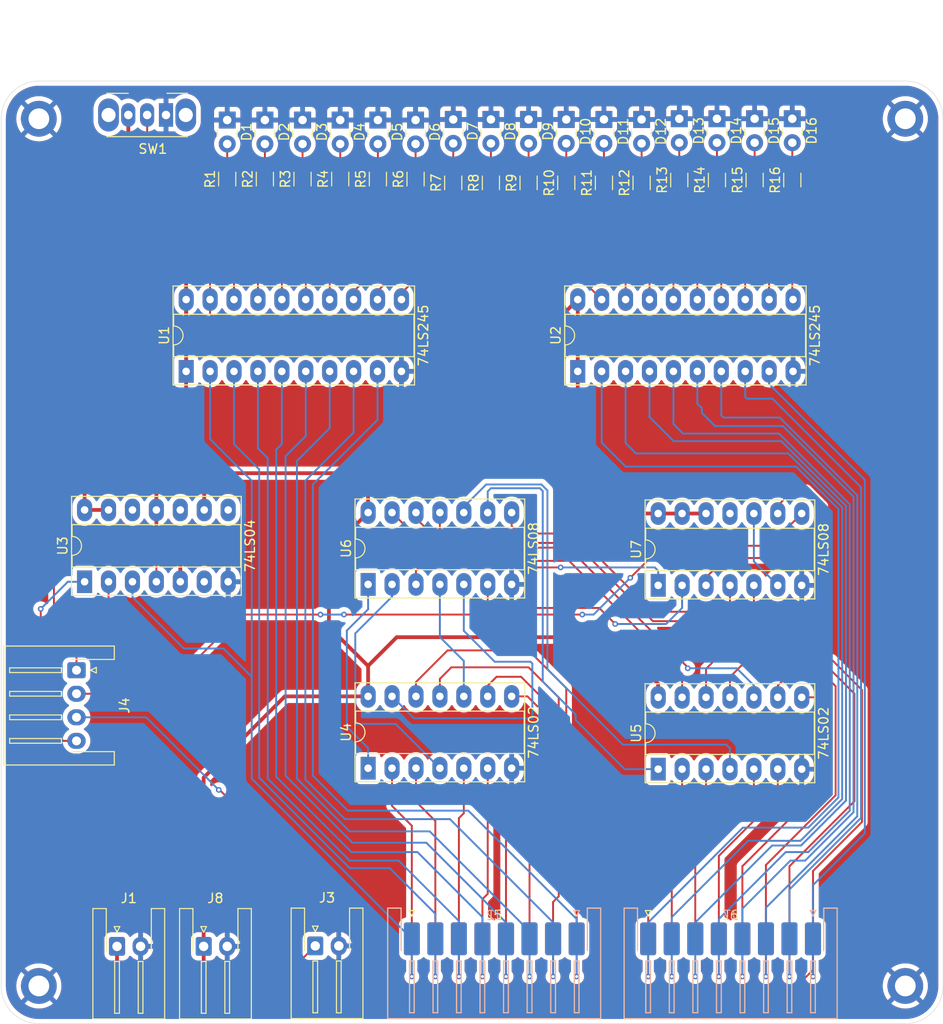
<source format=kicad_pcb>
(kicad_pcb (version 20240108) (generator "pcbnew") (generator_version "8.0")
  (layers (0 "F.Cu" signal) (31 "B.Cu" signal) (34 "B.Paste" user) (35 "F.Paste" user) (36 "B.SilkS" user "B.Silkscreen") (37 "F.SilkS" user "F.Silkscreen") (38 "B.Mask" user) (39 "F.Mask" user) (44 "Edge.Cuts" user))
  (net 0 "")
  (net 1 "GND")
  (net 2 "Net-(D1-A)")
  (net 3 "Net-(D2-A)")
  (net 4 "Net-(D3-A)")
  (net 5 "Net-(D4-A)")
  (net 6 "Net-(D5-A)")
  (net 7 "Net-(D6-A)")
  (net 8 "Net-(D7-A)")
  (net 9 "Net-(D8-A)")
  (net 10 "Net-(D9-A)")
  (net 11 "Net-(D10-A)")
  (net 12 "Net-(D11-A)")
  (net 13 "Net-(D12-A)")
  (net 14 "Net-(D13-A)")
  (net 15 "Net-(D14-A)")
  (net 16 "Net-(D15-A)")
  (net 17 "Net-(D16-A)")
  (net 18 "VCC")
  (net 19 "F_1")
  (net 20 "F_4")
  (net 21 "F_9")
  (net 22 "F_2")
  (net 23 "F_7")
  (net 24 "F_8")
  (net 25 "F_14")
  (net 26 "F_3")
  (net 27 "F_6")
  (net 28 "F_11")
  (net 29 "F_13")
  (net 30 "F_15")
  (net 31 "F_10")
  (net 32 "F_5")
  (net 33 "F_12")
  (net 34 "F_0")
  (net 35 "ALU_C_OUT")
  (net 36 "C_FL")
  (net 37 "Z_FL")
  (net 38 "E_FL")
  (net 39 "LED_0")
  (net 40 "LED_1")
  (net 41 "LED_2")
  (net 42 "LED_3")
  (net 43 "LED_4")
  (net 44 "LED_5")
  (net 45 "LED_6")
  (net 46 "LED_7")
  (net 47 "LED_8")
  (net 48 "LED_9")
  (net 49 "LED_10")
  (net 50 "LED_11")
  (net 51 "LED_12")
  (net 52 "LED_13")
  (net 53 "LED_14")
  (net 54 "LED_15")
  (net 55 "Net-(SW1-B)")
  (net 60 "Net-(U4-Pad10)")
  (net 61 "Net-(U4-Pad13)")
  (net 62 "Net-(U4-Pad1)")
  (net 63 "Net-(U4-Pad4)")
  (net 64 "Net-(U5-Pad4)")
  (net 65 "Net-(U5-Pad1)")
  (net 66 "Net-(U5-Pad10)")
  (net 67 "Net-(U5-Pad13)")
  (net 68 "Net-(U6-Pad11)")
  (net 69 "Net-(U6-Pad8)")
  (net 70 "Net-(U6-Pad6)")
  (net 71 "Net-(U6-Pad3)")
  (net 73 "Net-(U7-Pad3)")
  (net 74 "Net-(U7-Pad10)")
  (footprint "MountingHole:MountingHole_2.2mm_M2_DIN965_Pad" (layer "F.Cu") (at 156 136)
    (property "Reference" "H4" (hide yes))
    (property "Value" "MountingHole_Pad" (hide yes))
  )
  (footprint "Package_DIP:DIP-14_W7.62mm_Socket_LongPads" (layer "F.Cu") (at 129.76 93.5 90)
    (property "Reference" "U7")
    (property "Value" "74LS08")
  )
  (footprint "LED_THT:LED_Rectangular_W3.0mm_H2.0mm" (layer "F.Cu") (at 96 44.135 -90)
    (property "Reference" "D4")
    (property "Value" "LED")
  )
  (footprint "LED_THT:LED_Rectangular_W3.0mm_H2.0mm" (layer "F.Cu") (at 108 44.075 -90)
    (property "Reference" "D7")
    (property "Value" "LED")
  )
  (footprint "Resistor_SMD:R_1206_3216Metric_Pad1.30x1.75mm_HandSolder" (layer "F.Cu") (at 84 50.4 90)
    (property "Reference" "R1")
    (property "Value" "1k")
  )
  (footprint "Package_DIP:DIP-20_W7.62mm_Socket_LongPads" (layer "F.Cu") (at 121.22 70.8 90)
    (property "Reference" "U2")
    (property "Value" "74LS245")
  )
  (footprint "LED_THT:LED_Rectangular_W3.0mm_H2.0mm" (layer "F.Cu") (at 136 44 -90)
    (property "Reference" "D14")
    (property "Value" "LED")
  )
  (footprint "Resistor_SMD:R_1206_3216Metric_Pad1.30x1.75mm_HandSolder" (layer "F.Cu") (at 120 50.8 90)
    (property "Reference" "R10")
    (property "Value" "1k")
  )
  (footprint "Resistor_SMD:R_1206_3216Metric_Pad1.30x1.75mm_HandSolder" (layer "F.Cu") (at 96 50.4 90)
    (property "Reference" "R4")
    (property "Value" "1k")
  )
  (footprint "Resistor_SMD:R_1206_3216Metric_Pad1.30x1.75mm_HandSolder" (layer "F.Cu") (at 88 50.4 90)
    (property "Reference" "R2")
    (property "Value" "1k")
  )
  (footprint "Connector_JST:JST_XH_S4B-XH-A-1_1x04_P2.50mm_Horizontal" (layer "F.Cu") (at 68 102.5 -90)
    (property "Reference" "J4")
    (property "Value" "Conn_01x04_Socket" (hide yes))
  )
  (footprint "LED_THT:LED_Rectangular_W3.0mm_H2.0mm" (layer "F.Cu") (at 144 44 -90)
    (property "Reference" "D16")
    (property "Value" "LED")
  )
  (footprint "Package_DIP:DIP-14_W7.62mm_Socket_LongPads" (layer "F.Cu") (at 68.86 93.12 90)
    (property "Reference" "U3")
    (property "Value" "74LS04")
  )
  (footprint "LED_THT:LED_Rectangular_W3.0mm_H2.0mm" (layer "F.Cu") (at 112 44.075 -90)
    (property "Reference" "D8")
    (property "Value" "LED")
  )
  (footprint "Resistor_SMD:R_1206_3216Metric_Pad1.30x1.75mm_HandSolder" (layer "F.Cu") (at 132 50.5 90)
    (property "Reference" "R13")
    (property "Value" "1k")
  )
  (footprint "LED_THT:LED_Rectangular_W3.0mm_H2.0mm" (layer "F.Cu") (at 120 44.075 -90)
    (property "Reference" "D10")
    (property "Value" "LED")
  )
  (footprint "MountingHole:MountingHole_2.2mm_M2_DIN965_Pad" (layer "F.Cu") (at 156 44)
    (property "Reference" "H2" (hide yes))
    (property "Value" "MountingHole_Pad" (hide yes))
  )
  (footprint "Connector_JST:JST_XH_S2B-XH-A-1_1x02_P2.50mm_Horizontal" (layer "F.Cu") (at 93.35 131.75)
    (property "Reference" "J3")
    (property "Value" "Conn_01x02_Socket" (hide yes))
  )
  (footprint "LED_THT:LED_Rectangular_W3.0mm_H2.0mm" (layer "F.Cu") (at 140 44 -90)
    (property "Reference" "D15")
    (property "Value" "LED")
  )
  (footprint "Package_DIP:DIP-14_W7.62mm_Socket_LongPads" (layer "F.Cu") (at 129.76 113 90)
    (property "Reference" "U5")
    (property "Value" "74LS02")
  )
  (footprint "elad_jst:jst_xh_s8b_smd" (layer "F.Cu") (at 112.35 131.75)
    (property "Reference" "J5")
    (property "Value" "Conn_01x08_Socket")
  )
  (footprint "LED_THT:LED_Rectangular_W3.0mm_H2.0mm" (layer "F.Cu") (at 128 44.075 -90)
    (property "Reference" "D12")
    (property "Value" "LED")
  )
  (footprint "LED_THT:LED_Rectangular_W3.0mm_H2.0mm" (layer "F.Cu") (at 88 44.135 -90)
    (property "Reference" "D2")
    (property "Value" "LED")
  )
  (footprint "Button_Switch_THT:SW_Slide_SPDT_Angled_CK_OS102011MA1Q" (layer "F.Cu") (at 77.5 43.6 180)
    (property "Reference" "SW1")
    (property "Value" "SW_SPDT")
  )
  (footprint "Connector_JST:JST_XH_S2B-XH-A-1_1x02_P2.50mm_Horizontal" (layer "F.Cu") (at 72.3 131.8)
    (property "Reference" "J1")
    (property "Value" "Conn_01x02_Socket" (hide yes))
  )
  (footprint "Resistor_SMD:R_1206_3216Metric_Pad1.30x1.75mm_HandSolder" (layer "F.Cu") (at 92 50.4 90)
    (property "Reference" "R3")
    (property "Value" "1k")
  )
  (footprint "Resistor_SMD:R_1206_3216Metric_Pad1.30x1.75mm_HandSolder" (layer "F.Cu") (at 108 50.8 90)
    (property "Reference" "R7")
    (property "Value" "1k")
  )
  (footprint "Resistor_SMD:R_1206_3216Metric_Pad1.30x1.75mm_HandSolder" (layer "F.Cu") (at 116 50.8 90)
    (property "Reference" "R9")
    (property "Value" "1k")
  )
  (footprint "LED_THT:LED_Rectangular_W3.0mm_H2.0mm" (layer "F.Cu") (at 116 44.075 -90)
    (property "Reference" "D9")
    (property "Value" "LED")
  )
  (footprint "elad_jst:jst_xh_s8b_smd" (layer "F.Cu") (at 137.45 131.75)
    (property "Reference" "J6")
    (property "Value" "Conn_01x08_Socket")
  )
  (footprint "LED_THT:LED_Rectangular_W3.0mm_H2.0mm" (layer "F.Cu") (at 84 44.135 -90)
    (property "Reference" "D1")
    (property "Value" "LED")
  )
  (footprint "Resistor_SMD:R_1206_3216Metric_Pad1.30x1.75mm_HandSolder" (layer "F.Cu") (at 100 50.4 90)
    (property "Reference" "R5")
    (property "Value" "1k")
  )
  (footprint "Resistor_SMD:R_1206_3216Metric_Pad1.30x1.75mm_HandSolder" (layer "F.Cu") (at 140 50.5 90)
    (property "Reference" "R15")
    (property "Value" "1k")
  )
  (footprint "MountingHole:MountingHole_2.2mm_M2_DIN965_Pad" (layer "F.Cu") (at 64 136)
    (property "Reference" "H3" (hide yes))
    (property "Value" "MountingHole_Pad" (hide yes))
  )
  (footprint "LED_THT:LED_Rectangular_W3.0mm_H2.0mm" (layer "F.Cu") (at 132 44 -90)
    (property "Reference" "D13")
    (property "Value" "LED")
  )
  (footprint "Resistor_SMD:R_1206_3216Metric_Pad1.30x1.75mm_HandSolder" (layer "F.Cu") (at 112 50.8 90)
    (property "Reference" "R8")
    (property "Value" "1k")
  )
  (footprint "Resistor_SMD:R_1206_3216Metric_Pad1.30x1.75mm_HandSolder" (layer "F.Cu") (at 136 50.5 90)
    (property "Reference" "R14")
    (property "Value" "1k")
  )
  (footprint "MountingHole:MountingHole_2.2mm_M2_DIN965_Pad" (layer "F.Cu") (at 64 44)
    (property "Reference" "H1" (hide yes))
    (property "Value" "MountingHole_Pad" (hide yes))
  )
  (footprint "Package_DIP:DIP-14_W7.62mm_Socket_LongPads" (layer "F.Cu") (at 98.96 112.9 90)
    (property "Reference" "U4")
    (property "Value" "74LS02")
  )
  (footprint "LED_THT:LED_Rectangular_W3.0mm_H2.0mm" (layer "F.Cu") (at 124 44.075 -90)
    (property "Reference" "D11")
    (property "Value" "LED")
  )
  (footprint "Resistor_SMD:R_1206_3216Metric_Pad1.30x1.75mm_HandSolder" (layer "F.Cu") (at 104 50.4 90)
    (property "Reference" "R6")
    (property "Value" "1k")
  )
  (footprint "Resistor_SMD:R_1206_3216Metric_Pad1.30x1.75mm_HandSolder" (layer "F.Cu") (at 144 50.5 90)
    (property "Reference" "R16")
    (property "Value" "1k")
  )
  (footprint "Resistor_SMD:R_1206_3216Metric_Pad1.30x1.75mm_HandSolder" (layer "F.Cu") (at 128 50.8 90)
    (property "Reference" "R12")
    (property "Value" "1k")
  )
  (footprint "LED_THT:LED_Rectangular_W3.0mm_H2.0mm" (layer "F.Cu") (at 92 44.135 -90)
    (property "Reference" "D3")
    (property "Value" "LED")
  )
  (footprint "Package_DIP:DIP-20_W7.62mm_Socket_LongPads" (layer "F.Cu") (at 79.64 70.8 90)
    (property "Reference" "U1")
    (property "Value" "74LS245")
  )
  (footprint "Resistor_SMD:R_1206_3216Metric_Pad1.30x1.75mm_HandSolder" (layer "F.Cu") (at 124 50.8 90)
    (property "Reference" "R11")
    (property "Value" "1k")
  )
  (footprint "Connector_JST:JST_XH_S2B-XH-A-1_1x02_P2.50mm_Horizontal" (layer "F.Cu") (at 81.5 131.8)
    (property "Reference" "J8")
    (property "Value" "Conn_01x02_Socket" (hide yes))
  )
  (footprint "LED_THT:LED_Rectangular_W3.0mm_H2.0mm" (layer "F.Cu") (at 100 44.135 -90)
    (property "Reference" "D5")
    (property "Value" "LED")
  )
  (footprint "Package_DIP:DIP-14_W7.62mm_Socket_LongPads" (layer "F.Cu") (at 98.96 93.4 90)
    (property "Reference" "U6")
    (property "Value" "74LS08")
  )
  (footprint "LED_THT:LED_Rectangular_W3.0mm_H2.0mm" (layer "F.Cu") (at 104 44.135 -90)
    (property "Reference" "D6")
    (property "Value" "LED")
  )
  (footprint "elad_jst:jst_xh_s8b_smd" (layer "B.Cu") (at 137.45 131.75 180)
    (property "Reference" "J7")
    (property "Value" "Conn_01x08_Socket")
  )
  (footprint "elad_jst:jst_xh_s8b_smd" (layer "B.Cu") (at 112.35 131.75 180)
    (property "Reference" "J2")
    (property "Value" "Conn_01x08_Socket")
  )
  (gr_arc (start 160 136) (mid 158.828427 138.828427) (end 156 140) (stroke (width 0.05)) (layer "Edge.Cuts"))
  (gr_line (start 156 140) (end 64 140) (stroke (width 0.05)) (layer "Edge.Cuts"))
  (gr_line (start 64 40) (end 156 40) (stroke (width 0.05)) (layer "Edge.Cuts"))
  (gr_arc (start 64 140) (mid 61.171573 138.828427) (end 60 136) (stroke (width 0.05)) (layer "Edge.Cuts"))
  (gr_line (start 160 44) (end 160 136) (stroke (width 0.05)) (layer "Edge.Cuts"))
  (gr_arc (start 156 40) (mid 158.828427 41.171573) (end 160 44) (stroke (width 0.05)) (layer "Edge.Cuts"))
  (gr_arc (start 60 44) (mid 61.171573 41.171573) (end 64 40) (stroke (width 0.05)) (layer "Edge.Cuts"))
  (gr_line (start 60 136) (end 60 44) (stroke (width 0.05)) (layer "Edge.Cuts"))
  (segment (start 84 46.675) (end 84 48.85) (width 0.2) (layer "F.Cu") (net 2))
  (segment (start 88 48.85) (end 88 46.675) (width 0.2) (layer "F.Cu") (net 3))
  (segment (start 92 46.675) (end 92 48.85) (width 0.2) (layer "F.Cu") (net 4))
  (segment (start 96 46.675) (end 96 48.85) (width 0.2) (layer "F.Cu") (net 5))
  (segment (start 100 46.675) (end 100 48.85) (width 0.2) (layer "F.Cu") (net 6))
  (segment (start 104 48.85) (end 104 46.675) (width 0.2) (layer "F.Cu") (net 7))
  (segment (start 108 46.615) (end 108 49.25) (width 0.2) (layer "F.Cu") (net 8))
  (segment (start 112 49.25) (end 112 46.615) (width 0.2) (layer "F.Cu") (net 9))
  (segment (start 116 46.615) (end 116 49.25) (width 0.2) (layer "F.Cu") (net 10))
  (segment (start 120 49.25) (end 120 46.615) (width 0.2) (layer "F.Cu") (net 11))
  (segment (start 124 46.615) (end 124 49.25) (width 0.2) (layer "F.Cu") (net 12))
  (segment (start 128 46.615) (end 128 49.25) (width 0.2) (layer "F.Cu") (net 13))
  (segment (start 132 48.95) (end 132 46.54) (width 0.2) (layer "F.Cu") (net 14))
  (segment (start 136 46.54) (end 136 48.95) (width 0.2) (layer "F.Cu") (net 15))
  (segment (start 140 48.95) (end 140 46.54) (width 0.2) (layer "F.Cu") (net 16))
  (segment (start 144 46.54) (end 144 48.95) (width 0.2) (layer "F.Cu") (net 17))
  (segment (start 79.8 135.6) (end 81.5 133.9) (width 0.4) (layer "F.Cu") (net 18))
  (segment (start 85.6 81.6) (end 96.8 81.6) (width 0.4) (layer "F.Cu") (net 18))
  (segment (start 98.96 105.28) (end 90.12 105.28) (width 0.4) (layer "F.Cu") (net 18))
  (segment (start 98.94 102.04) (end 94.8 97.9) (width 0.4) (layer "F.Cu") (net 18))
  (segment (start 129.76 103.96) (end 129.76 105.38) (width 0.4) (layer "F.Cu") (net 18))
  (segment (start 98.96 83.76) (end 98.96 85.78) (width 0.4) (layer "F.Cu") (net 18))
  (segment (start 79.64 79.16) (end 77.2 81.6) (width 0.4) (layer "F.Cu") (net 18))
  (segment (start 96.8 81.6) (end 98.96 83.76) (width 0.4) (layer "F.Cu") (net 18))
  (segment (start 75 82) (end 74.6 81.6) (width 0.4) (layer "F.Cu") (net 18))
  (segment (start 81.5 133.9) (end 81.5 131.8) (width 0.4) (layer "F.Cu") (net 18))
  (segment (start 129.76 85.88) (end 134.84 85.88) (width 0.4) (layer "F.Cu") (net 18))
  (segment (start 79.64 63.18) (end 79.64 70.8) (width 0.4) (layer "F.Cu") (net 18))
  (segment (start 73.8 135.6) (end 79.8 135.6) (width 0.4) (layer "F.Cu") (net 18))
  (segment (start 76.48 85.5) (end 76.48 83.48) (width 0.4) (layer "F.Cu") (net 18))
  (segment (start 76.48 83.48) (end 75.2 82.2) (width 0.4) (layer "F.Cu") (net 18))
  (segment (start 121.22 70.8) (end 121.22 63.18) (width 0.4) (layer "F.Cu") (net 18))
  (segment (start 71.4 85.5) (end 68.86 85.5) (width 0.4) (layer "F.Cu") (net 18))
  (segment (start 122.2 99) (end 124.8 99) (width 0.4) (layer "F.Cu") (net 18))
  (segment (start 120.44 81.6) (end 121.22 80.82) (width 0.4) (layer "F.Cu") (net 18))
  (segment (start 72.3 134.1) (end 73.8 135.6) (width 0.4) (layer "F.Cu") (net 18))
  (segment (start 81.5 113.9) (end 81.5 131.8) (width 0.4) (layer "F.Cu") (net 18))
  (segment (start 129.76 85.88) (end 126.28 85.88) (width 0.4) (layer "F.Cu") (net 18))
  (segment (start 75.2 82.2) (end 75 82) (width 0.4) (layer "F.Cu") (net 18))
  (segment (start 79.64 65.04) (end 81.4 66.8) (width 0.4) (layer "F.Cu") (net 18))
  (segment (start 79.64 63.18) (end 79.64 65.04) (width 0.4) (layer "F.Cu") (net 18))
  (segment (start 126.28 85.88) (end 121.22 80.82) (width 0.4) (layer "F.Cu") (net 18))
  (segment (start 73.5 43.6) (end 73.5 50.5) (width 0.4) (layer "F.Cu") (net 18))
  (segment (start 81.56 83.16) (end 80 81.6) (width 0.4) (layer "F.Cu") (net 18))
  (segment (start 68.86 83.14) (end 68.86 85.5) (width 0.4) (layer "F.Cu") (net 18))
  (segment (start 81.56 85.5) (end 81.56 83.16) (width 0.4) (layer "F.Cu") (net 18))
  (segment (start 79.02 90.12) (end 79.02 93.12) (width 0.4) (layer "F.Cu") (net 18))
  (segment (start 75.4 81.6) (end 76.4 81.6) (width 0.4) (layer "F.Cu") (net 18))
  (segment (start 77.2 81.6) (end 80 81.6) (width 0.4) (layer "F.Cu") (net 18))
  (segment (start 80 81.6) (end 85.6 81.6) (width 0.4) (layer "F.Cu") (net 18))
  (segment (start 98.96 102.04) (end 102 99) (width 0.4) (layer "F.Cu") (net 18))
  (segment (start 98.96 102.04) (end 98.94 102.04) (width 0.4) (layer "F.Cu") (net 18))
  (segment (start 94.8 89.94) (end 98.96 85.78) (width 0.4) (layer "F.Cu") (net 18))
  (segment (start 73.5 50.5) (end 79.64 56.64) (width 0.4) (layer "F.Cu") (net 18))
  (segment (start 94.8 97.9) (end 94.8 89.94) (width 0.4) (layer "F.Cu") (net 18))
  (segment (start 124.8 99) (end 129.76 103.96) (width 0.4) (layer "F.Cu") (net 18))
  (segment (start 96.8 81.6) (end 120.44 81.6) (width 0.4) (layer "F.Cu") (net 18))
  (segment (start 72.3 131.8) (end 72.3 134.1) (width 0.4) (layer "F.Cu") (net 18))
  (segment (start 76.4 81.6) (end 77.2 81.6) (width 0.4) (layer "F.Cu") (net 18))
  (segment (start 98.96 105.28) (end 98.96 102.04) (width 0.4) (layer "F.Cu") (net 18))
  (segment (start 74.6 81.6) (end 70.4 81.6) (width 0.4) (layer "F.Cu") (net 18))
  (segment (start 81.4 66.8) (end 117.6 66.8) (width 0.4) (layer "F.Cu") (net 18))
  (segment (start 117.6 66.8) (end 121.22 63.18) (width 0.4) (layer "F.Cu") (net 18))
  (segment (start 79.64 79.16) (end 79.64 70.8) (width 0.4) (layer "F.Cu") (net 18))
  (segment (start 76.48 85.5) (end 76.48 87.58) (width 0.4) (layer "F.Cu") (net 18))
  (segment (start 70.4 81.6) (end 68.86 83.14) (width 0.4) (layer "F.Cu") (net 18))
  (segment (start 74.6 81.6) (end 75.4 81.6) (width 0.4) (layer "F.Cu") (net 18))
  (segment (start 121.22 80.82) (end 121.22 78.6) (width 0.4) (layer "F.Cu") (net 18))
  (segment (start 79.64 56.64) (end 79.64 63.18) (width 0.4) (layer "F.Cu") (net 18))
  (segment (start 76.48 87.58) (end 79.02 90.12) (width 0.4) (layer "F.Cu") (net 18))
  (segment (start 102 99) (end 122.2 99) (width 0.4) (layer "F.Cu") (net 18))
  (segment (start 121.22 70.8) (end 121.22 78.6) (width 0.4) (layer "F.Cu") (net 18))
  (segment (start 90.12 105.28) (end 81.5 113.9) (width 0.4) (layer "F.Cu") (net 18))
  (segment (start 106.1 130.9875) (end 106.1 135) (width 0.2) (layer "F.Cu") (net 19))
  (segment (start 106.1 118.5) (end 104.04 116.44) (width 0.2) (layer "F.Cu") (net 19))
  (segment (start 106.1 130.9875) (end 106.1 126.5875) (width 0.2) (layer "F.Cu") (net 19))
  (segment (start 104.04 116.44) (end 104.04 112.9) (width 0.2) (layer "F.Cu") (net 19))
  (segment (start 106.1 126.5875) (end 106.1 118.5) (width 0.2) (layer "F.Cu") (net 19))
  (via (at 106.1 135) (size 0.6) (drill 0.3) (layers "F.Cu" "B.Cu") (net 19))
  (segment (start 106.1 135) (end 106.1 131) (width 0.2) (layer "B.Cu") (net 19))
  (segment (start 87.4 81.2) (end 84.72 78.52) (width 0.2) (layer "B.Cu") (net 19))
  (segment (start 106.1 131) (end 106.1 128.338971) (width 0.2) (layer "B.Cu") (net 19))
  (segment (start 87.4 113.9) (end 87.4 81.2) (width 0.2) (layer "B.Cu") (net 19))
  (segment (start 97 123.5) (end 87.4 113.9) (width 0.2) (layer "B.Cu") (net 19))
  (segment (start 101.261029 123.5) (end 97 123.5) (width 0.2) (layer "B.Cu") (net 19))
  (segment (start 84.72 78.52) (end 84.72 70.8) (width 0.2) (layer "B.Cu") (net 19))
  (segment (start 106.1 128.338971) (end 101.261029 123.5) (width 0.2) (layer "B.Cu") (net 19))
  (segment (start 117.6 115.4) (end 117.6 107) (width 0.2) (layer "F.Cu") (net 20))
  (segment (start 113.6 131) (end 113.6 135) (width 0.2) (layer "F.Cu") (net 20))
  (segment (start 115.88 105.28) (end 114.2 105.28) (width 0.2) (layer "F.Cu") (net 20))
  (segment (start 113.6 131) (end 113.6 119.4875) (width 0.2) (layer "F.Cu") (net 20))
  (segment (start 117.6 107) (end 115.88 105.28) (width 0.2) (layer "F.Cu") (net 20))
  (segment (start 113.6 119.4875) (end 113.55625 119.44375) (width 0.2) (layer "F.Cu") (net 20))
  (segment (start 113.55625 119.44375) (end 117.6 115.4) (width 0.2) (layer "F.Cu") (net 20))
  (via (at 113.6 135) (size 0.6) (drill 0.3) (layers "F.Cu" "B.Cu") (net 20))
  (segment (start 113.6 129.2625) (end 113.6 131) (width 0.2) (layer "B.Cu") (net 20))
  (segment (start 90.2 79.8) (end 90.2 113.7) (width 0.2) (layer "B.Cu") (net 20))
  (segment (start 105.1375 120.8) (end 113.6 129.2625) (width 0.2) (layer "B.Cu") (net 20))
  (segment (start 90.2 113.7) (end 97.3 120.8) (width 0.2) (layer "B.Cu") (net 20))
  (segment (start 113.6 135) (end 113.6 131) (width 0.2) (layer "B.Cu") (net 20))
  (segment (start 92.34 77.66) (end 90.2 79.8) (width 0.2) (layer "B.Cu") (net 20))
  (segment (start 92.34 70.8) (end 92.34 77.66) (width 0.2) (layer "B.Cu") (net 20))
  (segment (start 97.3 120.8) (end 105.1375 120.8) (width 0.2) (layer "B.Cu") (net 20))
  (segment (start 134.84 116.96) (end 134.84 113) (width 0.2) (layer "F.Cu") (net 21))
  (segment (start 131.2 130.9875) (end 131.2 127.2) (width 0.2) (layer "F.Cu") (net 21))
  (segment (start 131.2 120.6) (end 134.84 116.96) (width 0.2) (layer "F.Cu") (net 21))
  (segment (start 131.2 127.2) (end 131.2 120.6) (width 0.2) (layer "F.Cu") (net 21))
  (segment (start 131.2 130.9875) (end 131.2 135) (width 0.2) (layer "F.Cu") (net 21))
  (via (at 131.2 135) (size 0.6) (drill 0.3) (layers "F.Cu" "B.Cu") (net 21))
  (segment (start 144.865686 120.6) (end 139.3 120.6) (width 0.2) (layer "B.Cu") (net 21))
  (segment (start 139.3 120.6) (end 131.2 128.7) (width 0.2) (layer "B.Cu") (net 21))
  (segment (start 131.2 135) (end 131.2 131) (width 0.2) (layer "B.Cu") (net 21))
  (segment (start 143.565685 79.5) (end 149.3 85.234315) (width 0.2) (layer "B.Cu") (net 21))
  (segment (start 126.3 70.8) (end 126.3 78.4) (width 0.2) (layer "B.Cu") (net 21))
  (segment (start 149.3 116.165686) (end 144.865686 120.6) (width 0.2) (layer "B.Cu") (net 21))
  (segment (start 127.4 79.5) (end 143.565685 79.5) (width 0.2) (layer "B.Cu") (net 21))
  (segment (start 131.2 128.7) (end 131.2 131) (width 0.2) (layer "B.Cu") (net 21))
  (segment (start 126.3 78.4) (end 127.4 79.5) (width 0.2) (layer "B.Cu") (net 21))
  (segment (start 149.3 85.234315) (end 149.3 116.165686) (width 0.2) (layer "B.Cu") (net 21))
  (segment (start 109.12 117.68) (end 109.12 112.9) (width 0.2) (layer "F.Cu") (net 22))
  (segment (start 108.6 130.9875) (end 108.6 135) (width 0.2) (layer "F.Cu") (net 22))
  (segment (start 108.6 130.9875) (end 108.6 118.2) (width 0.2) (layer "F.Cu") (net 22))
  (segment (start 108.6 118.2) (end 109.12 117.68) (width 0.2) (layer "F.Cu") (net 22))
  (via (at 108.6 135) (size 0.6) (drill 0.3) (layers "F.Cu" "B.Cu") (net 22))
  (segment (start 108.6 131) (end 108.6 129.1) (width 0.2) (layer "B.Cu") (net 22))
  (segment (start 108.6 135) (end 108.6 131) (width 0.2) (layer "B.Cu") (net 22))
  (segment (start 87.26 78.96) (end 87.26 70.8) (width 0.2) (layer "B.Cu") (net 22))
  (segment (start 88.3 80) (end 87.26 78.96) (width 0.2) (layer "B.Cu") (net 22))
  (segment (start 108.6 129.1) (end 102.2 122.7) (width 0.2) (layer "B.Cu") (net 22))
  (segment (start 102.2 122.7) (end 97 122.7) (width 0.2) (layer "B.Cu") (net 22))
  (segment (start 88.3 114) (end 88.3 80) (width 0.2) (layer "B.Cu") (net 22))
  (segment (start 97 122.7) (end 88.3 114) (width 0.2) (layer "B.Cu") (net 22))
  (segment (start 120 104.4) (end 120 122.54375) (width 0.2) (layer "F.Cu") (net 23))
  (segment (start 121.1 123.64375) (end 121.1 131) (width 0.2) (layer "F.Cu") (net 23))
  (segment (start 121.05625 127.14375) (end 121.1 127.1875) (width 0.2) (layer "F.Cu") (net 23))
  (segment (start 107.4 100.4) (end 116 100.4) (width 0.2) (layer "F.Cu") (net 23))
  (segment (start 120 122.54375) (end 121.1 123.64375) (width 0.2) (layer "F.Cu") (net 23))
  (segment (start 121.1 131) (end 121.1 135) (width 0.2) (layer "F.Cu") (net 23))
  (segment (start 104.04 103.76) (end 107.4 100.4) (width 0.2) (layer "F.Cu") (net 23))
  (segment (start 121.1 127.1875) (end 121.1 131) (width 0.2) (layer "F.Cu") (net 23))
  (segment (start 116 100.4) (end 120 104.4) (width 0.2) (layer "F.Cu") (net 23))
  (segment (start 104.04 105.28) (end 104.04 103.76) (width 0.2) (layer "F.Cu") (net 23))
  (via (at 121.1 135) (size 0.6) (drill 0.3) (layers "F.Cu" "B.Cu") (net 23))
  (segment (start 93.1 82.8) (end 93.1 113.7) (width 0.2) (layer "B.Cu") (net 23))
  (segment (start 121.1 128.9) (end 121.1 131) (width 0.2) (layer "B.Cu") (net 23))
  (segment (start 99.96 70.8) (end 99.96 75.94) (width 0.2) (layer "B.Cu") (net 23))
  (segment (start 99.96 75.94) (end 93.1 82.8) (width 0.2) (layer "B.Cu") (net 23))
  (segment (start 109.6 117.4) (end 121.1 128.9) (width 0.2) (layer "B.Cu") (net 23))
  (segment (start 121.1 135) (end 121.1 131) (width 0.2) (layer "B.Cu") (net 23))
  (segment (start 93.1 113.7) (end 96.8 117.4) (width 0.2) (layer "B.Cu") (net 23))
  (segment (start 96.8 117.4) (end 109.6 117.4) (width 0.2) (layer "B.Cu") (net 23))
  (segment (start 128.7 120.5) (end 132.3 116.9) (width 0.2) (layer "F.Cu") (net 24))
  (segment (start 132.3 116.9) (end 132.3 113) (width 0.2) (layer "F.Cu") (net 24))
  (segment (start 128.7 131) (end 128.7 135) (width 0.2) (layer "F.Cu") (net 24))
  (segment (start 128.7 131) (end 128.7 120.5) (width 0.2) (layer "F.Cu") (net 24))
  (via (at 128.7 135) (size 0.6) (drill 0.3) (layers "F.Cu" "B.Cu") (net 24))
  (segment (start 138.7625 119.2) (end 145.7 119.2) (width 0.2) (layer "B.Cu") (net 24))
  (segment (start 128.7 131) (end 128.7 129.2625) (width 0.2) (layer "B.Cu") (net 24))
  (segment (start 144.4 80.9) (end 126.3 80.9) (width 0.2) (layer "B.Cu") (net 24))
  (segment (start 123.76 78.36) (end 123.76 70.8) (width 0.2) (layer "B.Cu") (net 24))
  (segment (start 128.7 135) (end 128.7 131) (width 0.2) (layer "B.Cu") (net 24))
  (segment (start 148.9 116) (end 148.9 85.4) (width 0.2) (layer "B.Cu") (net 24))
  (segment (start 148.9 85.4) (end 144.4 80.9) (width 0.2) (layer "B.Cu") (net 24))
  (segment (start 126.3 80.9) (end 123.76 78.36) (width 0.2) (layer "B.Cu") (net 24))
  (segment (start 145.7 119.2) (end 148.9 116) (width 0.2) (layer "B.Cu") (net 24))
  (segment (start 128.7 129.2625) (end 138.7625 119.2) (width 0.2) (layer "B.Cu") (net 24))
  (segment (start 138.6 102) (end 147.6 102) (width 0.2) (layer "F.Cu") (net 25))
  (segment (start 143.7 123.3) (end 143.7 131) (width 0.2) (layer "F.Cu") (net 25))
  (segment (start 137.38 103.22) (end 138.6 102) (width 0.2) (layer "F.Cu") (net 25))
  (segment (start 143.7 131) (end 143.7 135) (width 0.2) (layer "F.Cu") (net 25))
  (segment (start 150.6 116.4) (end 143.7 123.3) (width 0.2) (layer "F.Cu") (net 25))
  (segment (start 147.6 102) (end 150.6 105) (width 0.2) (layer "F.Cu") (net 25))
  (segment (start 137.38 105.38) (end 137.38 103.22) (width 0.2) (layer "F.Cu") (net 25))
  (segment (start 150.6 105) (end 150.6 116.4) (width 0.2) (layer "F.Cu") (net 25))
  (via (at 143.7 135) (size 0.6) (drill 0.3) (layers "F.Cu" "B.Cu") (net 25))
  (segment (start 139.2 73.7) (end 139 73.5) (width 0.2) (layer "B.Cu") (net 25))
  (segment (start 143.7 135) (end 143.7 130.9875) (width 0.2) (layer "B.Cu") (net 25))
  (segment (start 141.9 73.7) (end 139.2 73.7) (width 0.2) (layer "B.Cu") (net 25))
  (segment (start 143.7 125.765686) (end 151.3 118.165686) (width 0.2) (layer "B.Cu") (net 25))
  (segment (start 143.7 130.9875) (end 143.7 125.765686) (width 0.2) (layer "B.Cu") (net 25))
  (segment (start 151.3 83.1) (end 141.9 73.7) (width 0.2) (layer "B.Cu") (net 25))
  (segment (start 151.3 118.165686) (end 151.3 83.1) (width 0.2) (layer "B.Cu") (net 25))
  (segment (start 139 73.5) (end 139 70.8) (width 0.2) (layer "B.Cu") (net 25))
  (segment (start 111.66 126.2275) (end 111.66 112.9) (width 0.2) (layer "F.Cu") (net 26))
  (segment (start 111.1 131) (end 111.1 135) (width 0.2) (layer "F.Cu") (net 26))
  (segment (start 111.1 131) (end 111.1 126.7875) (width 0.2) (layer "F.Cu") (net 26))
  (segment (start 111.1 126.7875) (end 111.66 126.2275) (width 0.2) (layer "F.Cu") (net 26))
  (via (at 111.1 135) (size 0.6) (drill 0.3) (layers "F.Cu" "B.Cu") (net 26))
  (segment (start 111.1 128.7) (end 111.1 131) (width 0.2) (layer "B.Cu") (net 26))
  (segment (start 104.2 121.8) (end 111.1 128.7) (width 0.2) (layer "B.Cu") (net 26))
  (segment (start 97.2 121.8) (end 104.2 121.8) (width 0.2) (layer "B.Cu") (net 26))
  (segment (start 89.2 113.8) (end 97.2 121.8) (width 0.2) (layer "B.Cu") (net 26))
  (segment (start 89.8 70.8) (end 89.8 78.5) (width 0.2) (layer "B.Cu") (net 26))
  (segment (start 89.8 78.5) (end 89.2 79.1) (width 0.2) (layer "B.Cu") (net 26))
  (segment (start 111.1 135) (end 111.1 131) (width 0.2) (layer "B.Cu") (net 26))
  (segment (start 89.2 79.1) (end 89.2 113.8) (width 0.2) (layer "B.Cu") (net 26))
  (segment (start 119.2 126.4875) (end 119.2 105.4) (width 0.2) (layer "F.Cu") (net 27))
  (segment (start 116 102.2) (end 107.8 102.2) (width 0.2) (layer "F.Cu") (net 27))
  (segment (start 119.2 105.4) (end 116 102.2) (width 0.2) (layer "F.Cu") (net 27))
  (segment (start 118.6 127.2) (end 118.6 131) (width 0.2) (layer "F.Cu") (net 27))
  (segment (start 118.6 127.0875) (end 119.2 126.4875) (width 0.2) (layer "F.Cu") (net 27))
  (segment (start 107.8 102.2) (end 106.58 103.42) (width 0.2) (layer "F.Cu") (net 27))
  (segment (start 118.6 131) (end 118.6 135) (width 0.2) (layer "F.Cu") (net 27))
  (segment (start 118.6 127.0875) (end 118.6 127.2) (width 0.2) (layer "F.Cu") (net 27))
  (segment (start 106.58 103.42) (end 106.58 105.28) (width 0.2) (layer "F.Cu") (net 27))
  (via (at 118.6 135) (size 0.6) (drill 0.3) (layers "F.Cu" "B.Cu") (net 27))
  (segment (start 92.3 82.4) (end 97.42 77.28) (width 0.2) (layer "B.Cu") (net 27))
  (segment (start 118.6 130.9875) (end 118.6 129.25) (width 0.2) (layer "B.Cu") (net 27))
  (segment (start 97.42 77.28) (end 97.42 70.8) (width 0.2) (layer "B.Cu") (net 27))
  (segment (start 118.6 135) (end 118.6 130.9875) (width 0.2) (layer "B.Cu") (net 27))
  (segment (start 92.3 114.1) (end 92.3 82.4) (width 0.2) (layer "B.Cu") (net 27))
  (segment (start 107.65 118.3) (end 96.5 118.3) (width 0.2) (layer "B.Cu") (net 27))
  (segment (start 118.6 129.25) (end 107.65 118.3) (width 0.2) (layer "B.Cu") (net 27))
  (segment (start 96.5 118.3) (end 92.3 114.1) (width 0.2) (layer "B.Cu") (net 27))
  (segment (start 136.2 122.2) (end 142.46 115.94) (width 0.2) (layer "F.Cu") (net 28))
  (segment (start 136.2 131) (end 136.2 122.2) (width 0.2) (layer "F.Cu") (net 28))
  (segment (start 136.2 131) (end 136.2 135) (width 0.2) (layer "F.Cu") (net 28))
  (segment (start 142.46 115.94) (end 142.46 113) (width 0.2) (layer "F.Cu") (net 28))
  (via (at 136.2 135) (size 0.6) (drill 0.3) (layers "F.Cu" "B.Cu") (net 28))
  (segment (start 131.38 70.8) (end 131.38 76.38) (width 0.2) (layer "B.Cu") (net 28))
  (segment (start 142.597057 77.4) (end 150.1 84.902943) (width 0.2) (layer "B.Cu") (net 28))
  (segment (start 132.4 77.4) (end 142.597057 77.4) (width 0.2) (layer "B.Cu") (net 28))
  (segment (start 143.3 121.8) (end 136.2 128.9) (width 0.2) (layer "B.Cu") (net 28))
  (segment (start 131.38 76.38) (end 132.4 77.4) (width 0.2) (layer "B.Cu") (net 28))
  (segment (start 150.1 117.4) (end 145.7 121.8) (width 0.2) (layer "B.Cu") (net 28))
  (segment (start 150.1 84.902943) (end 150.1 117.4) (width 0.2) (layer "B.Cu") (net 28))
  (segment (start 136.2 135) (end 136.2 131) (width 0.2) (layer "B.Cu") (net 28))
  (segment (start 145.7 121.8) (end 143.3 121.8) (width 0.2) (layer "B.Cu") (net 28))
  (segment (start 136.2 128.9) (end 136.2 131) (width 0.2) (layer "B.Cu") (net 28))
  (segment (start 148.6 115.765686) (end 141.2 123.165686) (width 0.2) (layer "F.Cu") (net 29))
  (segment (start 141.2 131) (end 141.2 135) (width 0.2) (layer "F.Cu") (net 29))
  (segment (start 144 102.6) (end 147 102.6) (width 0.2) (layer "F.Cu") (net 29))
  (segment (start 142.46 105.38) (end 142.46 104.14) (width 0.2) (layer "F.Cu") (net 29))
  (segment (start 147 102.6) (end 148.6 104.2) (width 0.2) (layer "F.Cu") (net 29))
  (segment (start 148.6 104.2) (end 148.6 115.765686) (width 0.2) (layer "F.Cu") (net 29))
  (segment (start 141.2 123.165686) (end 141.2 131) (width 0.2) (layer "F.Cu") (net 29))
  (segment (start 142.46 104.14) (end 144 102.6) (width 0.2) (layer "F.Cu") (net 29))
  (via (at 141.2 135) (size 0.6) (drill 0.3) (layers "F.Cu" "B.Cu") (net 29))
  (segment (start 136.46 70.8) (end 136.46 75.46) (width 0.2) (layer "B.Cu") (net 29))
  (segment (start 141.2 135) (end 141.2 130.9875) (width 0.2) (layer "B.Cu") (net 29))
  (segment (start 136.46 75.46) (end 136.7 75.7) (width 0.2) (layer "B.Cu") (net 29))
  (segment (start 150.9 83.934315) (end 150.9 118) (width 0.2) (layer "B.Cu") (net 29))
  (segment (start 136.7 75.7) (end 142.665685 75.7) (width 0.2) (layer "B.Cu") (net 29))
  (segment (start 141.2 127.7) (end 141.2 130.9875) (width 0.2) (layer "B.Cu") (net 29))
  (segment (start 150.9 118) (end 141.2 127.7) (width 0.2) (layer "B.Cu") (net 29))
  (segment (start 142.665685 75.7) (end 150.9 83.934315) (width 0.2) (layer "B.Cu") (net 29))
  (segment (start 148.2 101.4) (end 151.4 104.6) (width 0.2) (layer "F.Cu") (net 30))
  (segment (start 83.1 115.2) (end 83.2 115.2) (width 0.2) (layer "F.Cu") (net 30))
  (segment (start 146.2 131) (end 146.2 135) (width 0.2) (layer "F.Cu") (net 30))
  (segment (start 134.84 105.38) (end 134.84 102.36) (width 0.2) (layer "F.Cu") (net 30))
  (segment (start 146.2 127) (end 146.2 131) (width 0.2) (layer "F.Cu") (net 30))
  (segment (start 143.4 137.1) (end 146.2 134.3) (width 0.2) (layer "F.Cu") (net 30))
  (segment (start 102.5 137.1) (end 143.4 137.1) (width 0.2) (layer "F.Cu") (net 30))
  (segment (start 99.2 133.8) (end 102.5 137.1) (width 0.2) (layer "F.Cu") (net 30))
  (segment (start 134.84 102.36) (end 135.8 101.4) (width 0.2) (layer "F.Cu") (net 30))
  (segment (start 83.2 115.2) (end 99.2 131.2) (width 0.2) (layer "F.Cu") (net 30))
  (segment (start 99.2 131.2) (end 99.2 133.8) (width 0.2) (layer "F.Cu") (net 30))
  (segment (start 146.2 134.3) (end 146.2 131) (width 0.2) (layer "F.Cu") (net 30))
  (segment (start 151.4 104.6) (end 151.4 118.6) (width 0.2) (layer "F.Cu") (net 30))
  (segment (start 151.4 118.6) (end 146.2 123.8) (width 0.2) (layer "F.Cu") (net 30))
  (segment (start 146.2 123.8) (end 146.2 127) (width 0.2) (layer "F.Cu") (net 30))
  (segment (start 135.8 101.4) (end 148.2 101.4) (width 0.2) (layer "F.Cu") (net 30))
  (via (at 83.1 115.2) (size 0.6) (drill 0.3) (layers "F.Cu" "B.Cu") (net 30))
  (via (at 146.2 135) (size 0.6) (drill 0.3) (layers "F.Cu" "B.Cu") (net 30))
  (segment (start 151.7 82.3) (end 141.54 72.14) (width 0.2) (layer "B.Cu") (net 30))
  (segment (start 146.2 131) (end 146.2 125.3) (width 0.2) (layer "B.Cu") (net 30))
  (segment (start 141.54 72.14) (end 141.54 70.8) (width 0.2) (layer "B.Cu") (net 30))
  (segment (start 146.2 125.3) (end 151.7 119.8) (width 0.2) (layer "B.Cu") (net 30))
  (segment (start 151.7 119.8) (end 151.7 82.3) (width 0.2) (layer "B.Cu") (net 30))
  (segment (start 146.2 135) (end 146.2 131) (width 0.2) (layer "B.Cu") (net 30))
  (segment (start 75.4 107.5) (end 68 107.5) (width 0.2) (layer "B.Cu") (net 30))
  (segment (start 83.1 115.2) (end 75.4 107.5) (width 0.2) (layer "B.Cu") (net 30))
  (segment (start 133.7 130.9875) (end 133.7 127.1) (width 0.2) (layer "F.Cu") (net 31))
  (segment (start 139.92 116.08) (end 133.7 122.3) (width 0.2) (layer "F.Cu") (net 31))
  (segment (start 133.7 130.9875) (end 133.7 135) (width 0.2) (layer "F.Cu") (net 31))
  (segment (start 133.7 122.3) (end 133.7 127.1) (width 0.2) (layer "F.Cu") (net 31))
  (segment (start 139.92 113) (end 139.92 116.08) (width 0.2) (layer "F.Cu") (net 31))
  (via (at 133.7 135) (size 0.6) (drill 0.3) (layers "F.Cu" "B.Cu") (net 31))
  (segment (start 141.8625 121.1) (end 144.931372 121.1) (width 0.2) (layer "B.Cu") (net 31))
  (segment (start 128.8 75.6) (end 128.84 75.56) (width 0.2) (layer "B.Cu") (net 31))
  (segment (start 133.7 135) (end 133.7 131) (width 0.2) (layer "B.Cu") (net 31))
  (segment (start 149.7 85.068629) (end 142.831371 78.2) (width 0.2) (layer "B.Cu") (net 31))
  (segment (start 131.4 78.2) (end 128.8 75.6) (width 0.2) (layer "B.Cu") (net 31))
  (segment (start 133.7 129.2625) (end 141.8625 121.1) (width 0.2) (layer "B.Cu") (net 31))
  (segment (start 144.931372 121.1) (end 149.7 116.331372) (width 0.2) (layer "B.Cu") (net 31))
  (segment (start 149.7 116.331372) (end 149.7 85.068629) (width 0.2) (layer "B.Cu") (net 31))
  (segment (start 133.7 131) (end 133.7 129.2625) (width 0.2) (layer "B.Cu") (net 31))
  (segment (start 128.84 75.56) (end 128.84 70.8) (width 0.2) (layer "B.Cu") (net 31))
  (segment (start 142.831371 78.2) (end 131.4 78.2) (width 0.2) (layer "B.Cu") (net 31))
  (segment (start 118.4 106.4) (end 118.4 117) (width 0.2) (layer "F.Cu") (net 32))
  (segment (start 111.66 104.14) (end 112.6 103.2) (width 0.2) (layer "F.Cu") (net 32))
  (segment (start 116.1 131) (end 116.1 135) (width 0.2) (layer "F.Cu") (net 32))
  (segment (start 111.66 105.28) (end 111.66 104.14) (width 0.2) (layer "F.Cu") (net 32))
  (segment (start 116.1 119.3) (end 116.1 126.7875) (width 0.2) (layer "F.Cu") (net 32))
  (segment (start 116.1 131) (end 116.1 126.7875) (width 0.2) (layer "F.Cu") (net 32))
  (segment (start 115.2 103.2) (end 118.4 106.4) (width 0.2) (layer "F.Cu") (net 32))
  (segment (start 112.6 103.2) (end 115.2 103.2) (width 0.2) (layer "F.Cu") (net 32))
  (segment (start 118.4 117) (end 116.1 119.3) (width 0.2) (layer "F.Cu") (net 32))
  (via (at 116.1 135) (size 0.6) (drill 0.3) (layers "F.Cu" "B.Cu") (net 32))
  (segment (start 91.4 114) (end 97 119.6) (width 0.2) (layer "B.Cu") (net 32))
  (segment (start 94.88 76.82) (end 91.4 80.3) (width 0.2) (layer "B.Cu") (net 32))
  (segment (start 94.88 70.8) (end 94.88 76.82) (width 0.2) (layer "B.Cu") (net 32))
  (segment (start 116.1 135) (end 116.1 130.9875) (width 0.2) (layer "B.Cu") (net 32))
  (segment (start 105.5 119.6) (end 116.1 130.2) (width 0.2) (layer "B.Cu") (net 32))
  (segment (start 116.1 130.2) (end 116.1 130.9875) (width 0.2) (layer "B.Cu") (net 32))
  (segment (start 97 119.6) (end 105.5 119.6) (width 0.2) (layer "B.Cu") (net 32))
  (segment (start 91.4 80.3) (end 91.4 114) (width 0.2) (layer "B.Cu") (net 32))
  (segment (start 138.7 131) (end 138.7 135) (width 0.2) (layer "F.Cu") (net 33))
  (segment (start 146.38 105.38) (end 147.2 106.2) (width 0.2) (layer "F.Cu") (net 33))
  (segment (start 138.7 123.3) (end 138.7 131) (width 0.2) (layer "F.Cu") (net 33))
  (segment (start 147.2 106.2) (end 147.2 114.8) (width 0.2) (layer "F.Cu") (net 33))
  (segment (start 145 105.38) (end 146.38 105.38) (width 0.2) (layer "F.Cu") (net 33))
  (segment (start 147.2 114.8) (end 138.7 123.3) (width 0.2) (layer "F.Cu") (net 33))
  (via (at 138.7 135) (size 0.6) (drill 0.3) (layers "F.Cu" "B.Cu") (net 33))
  (segment (start 138.7 131) (end 138.7 127.8) (width 0.2) (layer "B.Cu") (net 33))
  (segment (start 138.7 135) (end 138.7 131) (width 0.2) (layer "B.Cu") (net 33))
  (segment (start 133.92 74.22) (end 133.92 70.8) (width 0.2) (layer "B.Cu") (net 33))
  (segment (start 138.7 127.8) (end 143.8 122.7) (width 0.2) (layer "B.Cu") (net 33))
  (segment (start 134.4 75.2) (end 134.4 74.7) (width 0.2) (layer "B.Cu") (net 33))
  (segment (start 134.4 74.7) (end 133.92 74.22) (width 0.2) (layer "B.Cu") (net 33))
  (segment (start 143 76.6) (end 135.8 76.6) (width 0.2) (layer "B.Cu") (net 33))
  (segment (start 143.8 122.7) (end 145.365686 122.7) (width 0.2) (layer "B.Cu") (net 33))
  (segment (start 150.5 117.565686) (end 150.5 84.1) (width 0.2) (layer "B.Cu") (net 33))
  (segment (start 145.365686 122.7) (end 150.5 117.565686) (width 0.2) (layer "B.Cu") (net 33))
  (segment (start 150.5 84.1) (end 143 76.6) (width 0.2) (layer "B.Cu") (net 33))
  (segment (start 135.8 76.6) (end 134.4 75.2) (width 0.2) (layer "B.Cu") (net 33))
  (segment (start 103.6 119) (end 103.6 131) (width 0.2) (layer "F.Cu") (net 34))
  (segment (start 101.5 112.9) (end 101.5 116.9) (width 0.2) (layer "F.Cu") (net 34))
  (segment (start 103.6 131) (end 103.6 135) (width 0.2) (layer "F.Cu") (net 34))
  (segment (start 101.5 116.9) (end 103.6 119) (width 0.2) (layer "F.Cu") (net 34))
  (via (at 103.6 135) (size 0.6) (drill 0.3) (layers "F.Cu" "B.Cu") (net 34))
  (segment (start 86.6 114) (end 86.6 103.2) (width 0.2) (layer "B.Cu") (net 34))
  (segment (start 79.4 100.2) (end 83.6 100.2) (width 0.2) (layer "B.Cu") (net 34))
  (segment (start 86.6 103.2) (end 86.6 103) (width 0.2) (layer "B.Cu") (net 34))
  (segment (start 86.6 82.4) (end 82.18 77.98) (width 0.2) (layer "B.Cu") (net 34))
  (segment (start 82.18 77.98) (end 82.18 70.8) (width 0.2) (layer "B.Cu") (net 34))
  (segment (start 103.6 135) (end 103.6 131) (width 0.2) (layer "B.Cu") (net 34))
  (segment (start 103.6 131) (end 86.6 114) (width 0.2) (layer "B.Cu") (net 34))
  (segment (start 86.6 103) (end 86.6 82.4) (width 0.2) (layer "B.Cu") (net 34))
  (segment (start 73.94 94.74) (end 79.4 100.2) (width 0.2) (layer "B.Cu") (net 34))
  (segment (start 73.94 93.12) (end 73.94 94.74) (width 0.2) (layer "B.Cu") (net 34))
  (segment (start 83.6 100.2) (end 86.6 103.2) (width 0.2) (layer "B.Cu") (net 34))
  (segment (start 69.6 133.4) (end 73.2 137) (width 0.2) (layer "F.Cu") (net 35))
  (segment (start 64.2 96) (end 64.2 110.6) (width 0.2) (layer "F.Cu") (net 35))
  (segment (start 73.2 137) (end 88.1 137) (width 0.2) (layer "F.Cu") (net 35))
  (segment (start 69.6 116) (end 69.6 133.4) (width 0.2) (layer "F.Cu") (net 35))
  (segment (start 88.1 137) (end 93.35 131.75) (width 0.2) (layer "F.Cu") (net 35))
  (segment (start 64.2 110.6) (end 69.6 116) (width 0.2) (layer "F.Cu") (net 35))
  (via (at 64.2 96) (size 0.6) (drill 0.3) (layers "F.Cu" "B.Cu") (net 35))
  (segment (start 64.2 96) (end 67.08 93.12) (width 0.2) (layer "B.Cu") (net 35))
  (segment (start 67.08 93.12) (end 68.86 93.12) (width 0.2) (layer "B.Cu") (net 35))
  (segment (start 68 102.5) (end 68 99.8) (width 0.2) (layer "F.Cu") (net 36))
  (segment (start 71.4 96.4) (end 71.4 93.12) (width 0.2) (layer "F.Cu") (net 36))
  (segment (start 68 99.8) (end 71.4 96.4) (width 0.2) (layer "F.Cu") (net 36))
  (segment (start 141.58 89.3) (end 145 85.88) (width 0.2) (layer "F.Cu") (net 37))
  (segment (start 68 105) (end 77.1 105) (width 0.2) (layer "F.Cu") (net 37))
  (segment (start 77.1 105) (end 85.5 96.6) (width 0.2) (layer "F.Cu") (net 37))
  (segment (start 85.5 96.6) (end 93.9 96.6) (width 0.2) (layer "F.Cu") (net 37))
  (segment (start 126.8 92.7) (end 130.2 89.3) (width 0.2) (layer "F.Cu") (net 37))
  (segment (start 130.2 89.3) (end 141.58 89.3) (width 0.2) (layer "F.Cu") (net 37))
  (segment (start 121.7 96.6) (end 96.4 96.6) (width 0.2) (layer "F.Cu") (net 37))
  (via (at 93.9 96.6) (size 0.6) (drill 0.3) (layers "F.Cu" "B.Cu") (net 37))
  (via (at 121.7 96.6) (size 0.6) (drill 0.3) (layers "F.Cu" "B.Cu") (net 37))
  (via (at 96.4 96.6) (size 0.6) (drill 0.3) (layers "F.Cu" "B.Cu") (net 37))
  (via (at 126.8 92.7) (size 0.6) (drill 0.3) (layers "F.Cu" "B.Cu") (net 37))
  (segment (start 122.9 96.6) (end 126.8 92.7) (width 0.2) (layer "B.Cu") (net 37))
  (segment (start 93.9 96.6) (end 96.4 96.6) (width 0.2) (layer "B.Cu") (net 37))
  (segment (start 121.7 96.6) (end 122.9 96.6) (width 0.2) (layer "B.Cu") (net 37))
  (segment (start 65.6 92.2) (end 67.6 90.2) (width 0.2) (layer "F.Cu") (net 38))
  (segment (start 67.6 90.2) (end 75.4 90.2) (width 0.2) (layer "F.Cu") (net 38))
  (segment (start 66.6 110) (end 65.6 109) (width 0.2) (layer "F.Cu") (net 38))
  (segment (start 75.4 90.2) (end 76.48 91.28) (width 0.2) (layer "F.Cu") (net 38))
  (segment (start 65.6 109) (end 65.6 92.2) (width 0.2) (layer "F.Cu") (net 38))
  (segment (start 68 110) (end 66.6 110) (width 0.2) (layer "F.Cu") (net 38))
  (segment (start 76.48 91.28) (end 76.48 93.12) (width 0.2) (layer "F.Cu") (net 38))
  (segment (start 84 57.75) (end 84.72 58.47) (width 0.2) (layer "F.Cu") (net 39))
  (segment (start 84 51.95) (end 84 57.75) (width 0.2) (layer "F.Cu") (net 39))
  (segment (start 84.72 58.47) (end 84.72 63.18) (width 0.2) (layer "F.Cu") (net 39))
  (segment (start 87.26 56.24) (end 88 55.5) (width 0.2) (layer "F.Cu") (net 40))
  (segment (start 87.26 63.18) (end 87.26 56.24) (width 0.2) (layer "F.Cu") (net 40))
  (segment (start 88 55.5) (end 88 51.95) (width 0.2) (layer "F.Cu") (net 40))
  (segment (start 92 56.5) (end 89.8 58.7) (width 0.2) (layer "F.Cu") (net 41))
  (segment (start 89.8 58.7) (end 89.8 63.18) (width 0.2) (layer "F.Cu") (net 41))
  (segment (start 92 51.95) (end 92 56.5) (width 0.2) (layer "F.Cu") (net 41))
  (segment (start 96 51.95) (end 96 55.5) (width 0.2) (layer "F.Cu") (net 42))
  (segment (start 96 55.5) (end 92.34 59.16) (width 0.2) (layer "F.Cu") (net 42))
  (segment (start 92.34 59.16) (end 92.34 63.18) (width 0.2) (layer "F.Cu") (net 42))
  (segment (start 100 56) (end 100 51.95) (width 0.2) (layer "F.Cu") (net 43))
  (segment (start 94.88 61.12) (end 100 56) (width 0.2) (layer "F.Cu") (net 43))
  (segment (start 94.88 63.18) (end 94.88 61.12) (width 0.2) (layer "F.Cu") (net 43))
  (segment (start 104 55.75) (end 104 51.95) (width 0.2) (layer "F.Cu") (net 44))
  (segment (start 97.42 62.33) (end 104 55.75) (width 0.2) (layer "F.Cu") (net 44))
  (segment (start 97.42 63.18) (end 97.42 62.33) (width 0.2) (layer "F.Cu") (net 44))
  (segment (start 108 54.25) (end 99.96 62.29) (width 0.2) (layer "F.Cu") (net 45))
  (segment (start 108 52.35) (end 108 54.25) (width 0.2) (layer "F.Cu") (net 45))
  (segment (start 99.96 62.29) (end 99.96 63.18) (width 0.2) (layer "F.Cu") (net 45))
  (segment (start 112 55.5) (end 112 52.35) (width 0.2) (layer "F.Cu") (net 46))
  (segment (start 109 58.5) (end 112 55.5) (width 0.2) (layer "F.Cu") (net 46))
  (segment (start 106.5 58.5) (end 109 58.5) (width 0.2) (layer "F.Cu") (net 46))
  (segment (start 102.5 63.18) (end 102.5 62.5) (width 0.2) (layer "F.Cu") (net 46))
  (segment (start 102.5 62.5) (end 106.5 58.5) (width 0.2) (layer "F.Cu") (net 46))
  (segment (start 123 57.75) (end 126.3 61.05) (width 0.2) (layer "F.Cu") (net 47))
  (segment (start 116 53.25) (end 120.5 57.75) (width 0.2) (layer "F.Cu") (net 47))
  (segment (start 126.3 61.05) (end 126.3 63.18) (width 0.2) (layer "F.Cu") (net 47))
  (segment (start 120.5 57.75) (end 123 57.75) (width 0.2) (layer "F.Cu") (net 47))
  (segment (start 116 52.35) (end 116 53.25) (width 0.2) (layer "F.Cu") (net 47))
  (segment (start 128.84 61.09) (end 128.84 63.18) (width 0.2) (layer "F.Cu") (net 48))
  (segment (start 120.1 52.35) (end 128.84 61.09) (width 0.2) (layer "F.Cu") (net 48))
  (segment (start 120 52.35) (end 120.1 52.35) (width 0.2) (layer "F.Cu") (net 48))
  (segment (start 131.38 63.18) (end 131.38 60.88) (width 0.2) (layer "F.Cu") (net 49))
  (segment (start 124 53.5) (end 124 52.35) (width 0.2) (layer "F.Cu") (net 49))
  (segment (start 131.38 60.88) (end 124 53.5) (width 0.2) (layer "F.Cu") (net 49))
  (segment (start 133.92 60.92) (end 133.92 63.18) (width 0.2) (layer "F.Cu") (net 50))
  (segment (start 128 52.35) (end 128 55) (width 0.2) (layer "F.Cu") (net 50))
  (segment (start 128 55) (end 133.92 60.92) (width 0.2) (layer "F.Cu") (net 50))
  (segment (start 132 56.25) (end 132 52.05) (width 0.2) (layer "F.Cu") (net 51))
  (segment (start 136.46 63.18) (end 136.46 60.71) (width 0.2) (layer "F.Cu") (net 51))
  (segment (start 136.46 60.71) (end 132 56.25) (width 0.2) (layer "F.Cu") (net 51))
  (segment (start 136 55.25) (end 138.5 57.75) (width 0.2) (layer "F.Cu") (net 52))
  (segment (start 139 58.75) (end 139 63.18) (width 0.2) (layer "F.Cu") (net 52))
  (segment (start 138.5 57.75) (end 138.5 58.25) (width 0.2) (layer "F.Cu") (net 52))
  (segment (start 138.5 58.25) (end 139 58.75) (width 0.2) (layer "F.Cu") (net 52))
  (segment (start 136 52.05) (end 136 55.25) (width 0.2) (layer "F.Cu") (net 52))
  (segment (start 140 55.75) (end 140 52.05) (width 0.2) (layer "F.Cu") (net 53))
  (segment (start 141.54 63.18) (end 141.54 57.29) (width 0.2) (layer "F.Cu") (net 53))
  (segment (start 141.54 57.29) (end 140 55.75) (width 0.2) (layer "F.Cu") (net 53))
  (segment (start 144 63.1) (end 144.08 63.18) (width 0.2) (layer "F.Cu") (net 54))
  (segment (start 144 52.05) (end 144 63.1) (width 0.2) (layer "F.Cu") (net 54))
  (segment (start 116 65.5) (end 116 64) (width 0.2) (layer "F.Cu") (net 55))
  (segment (start 82.18 63.18) (end 82.18 64.68) (width 0.2) (layer "F.Cu") (net 55))
  (segment (start 115.75 65.75) (end 116 65.5) (width 0.2) (layer "F.Cu") (net 55))
  (segment (start 83.25 65.75) (end 115.75 65.75) (width 0.2) (layer "F.Cu") (net 55))
  (segment (start 116 64) (end 119.5 60.5) (width 0.2) (layer "F.Cu") (net 55))
  (segment (start 119.5 60.5) (end 121.08 60.5) (width 0.2) (layer "F.Cu") (net 55))
  (segment (start 82.18 55.58) (end 75.5 48.9) (width 0.2) (layer "F.Cu") (net 55))
  (segment (start 82.18 63.18) (end 82.18 55.58) (width 0.2) (layer "F.Cu") (net 55))
  (segment (start 75.5 48.9) (end 75.5 43.6) (width 0.2) (layer "F.Cu") (net 55))
  (segment (start 121.08 60.5) (end 123.76 63.18) (width 0.2) (layer "F.Cu") (net 55))
  (segment (start 82.18 64.68) (end 83.25 65.75) (width 0.2) (layer "F.Cu") (net 55))
  (segment (start 106.58 98.98) (end 109.12 101.52) (width 0.2) (layer "B.Cu") (net 60))
  (segment (start 106.58 93.4) (end 106.58 98.98) (width 0.2) (layer "B.Cu") (net 60))
  (segment (start 109.12 101.52) (end 109.12 105.28) (width 0.2) (layer "B.Cu") (net 60))
  (segment (start 116.4 101.8) (end 116.4 107.6) (width 0.2) (layer "B.Cu") (net 61))
  (segment (start 116.4 107.6) (end 103.82 107.6) (width 0.2) (layer "B.Cu") (net 61))
  (segment (start 103.82 107.6) (end 101.5 105.28) (width 0.2) (layer "B.Cu") (net 61))
  (segment (start 116.2 101.6) (end 116.4 101.8) (width 0.2) (layer "B.Cu") (net 61))
  (segment (start 112.4 101.6) (end 116.2 101.6) (width 0.2) (layer "B.Cu") (net 61))
  (segment (start 109.12 98.32) (end 112.4 101.6) (width 0.2) (layer "B.Cu") (net 61))
  (segment (start 109.12 93.4) (end 109.12 98.32) (width 0.2) (layer "B.Cu") (net 61))
  (segment (start 96.7 108.5) (end 96.7 98.3) (width 0.2) (layer "B.Cu") (net 62))
  (segment (start 98.96 112.9) (end 98.96 110.76) (width 0.2) (layer "B.Cu") (net 62))
  (segment (start 96.7 98.3) (end 98.96 96.04) (width 0.2) (layer "B.Cu") (net 62))
  (segment (start 98.96 110.76) (end 96.7 108.5) (width 0.2) (layer "B.Cu") (net 62))
  (segment (start 98.96 96.04) (end 98.96 93.4) (width 0.2) (layer "B.Cu") (net 62))
  (segment (start 97.6 108.2) (end 97.6 98.6) (width 0.2) (layer "B.Cu") (net 63))
  (segment (start 101.5 94.7) (end 101.5 93.4) (width 0.2) (layer "B.Cu") (net 63))
  (segment (start 101.88 108.2) (end 97.6 108.2) (width 0.2) (layer "B.Cu") (net 63))
  (segment (start 106.58 112.9) (end 101.88 108.2) (width 0.2) (layer "B.Cu") (net 63))
  (segment (start 97.6 98.6) (end 101.5 94.7) (width 0.2) (layer "B.Cu") (net 63))
  (segment (start 109.12 85.78) (end 109.12 85.18) (width 0.2) (layer "B.Cu") (net 64))
  (segment (start 118 102.4) (end 126 110.4) (width 0.2) (layer "B.Cu") (net 64))
  (segment (start 137 110.4) (end 137.38 110.78) (width 0.2) (layer "B.Cu") (net 64))
  (segment (start 117.365686 82.8) (end 118 83.434314) (width 0.2) (layer "B.Cu") (net 64))
  (segment (start 137.38 110.78) (end 137.38 113) (width 0.2) (layer "B.Cu") (net 64))
  (segment (start 109.12 85.18) (end 111.5 82.8) (width 0.2) (layer "B.Cu") (net 64))
  (segment (start 118 83.434314) (end 118 102.4) (width 0.2) (layer "B.Cu") (net 64))
  (segment (start 111.5 82.8) (end 117.365686 82.8) (width 0.2) (layer "B.Cu") (net 64))
  (segment (start 126 110.4) (end 137 110.4) (width 0.2) (layer "B.Cu") (net 64))
  (segment (start 111.66 83.54) (end 111.66 85.78) (width 0.2) (layer "B.Cu") (net 65))
  (segment (start 112 83.2) (end 111.66 83.54) (width 0.2) (layer "B.Cu") (net 65))
  (segment (start 121 107.8) (end 121 107.2) (width 0.2) (layer "B.Cu") (net 65))
  (segment (start 117.2 83.2) (end 112 83.2) (width 0.2) (layer "B.Cu") (net 65))
  (segment (start 121 107.2) (end 117.5 103.7) (width 0.2) (layer "B.Cu") (net 65))
  (segment (start 129.76 113) (end 126.2 113) (width 0.2) (layer "B.Cu") (net 65))
  (segment (start 117.5 83.5) (end 117.2 83.2) (width 0.2) (layer "B.Cu") (net 65))
  (segment (start 126.2 113) (end 121 107.8) (width 0.2) (layer "B.Cu") (net 65))
  (segment (start 117.5 103.7) (end 117.5 83.5) (width 0.2) (layer "B.Cu") (net 65))
  (segment (start 132.9 102.2) (end 132.9 102.3) (width 0.2) (layer "F.Cu") (net 66))
  (segment (start 107.16 89.5) (end 120.2 89.5) (width 0.2) (layer "F.Cu") (net 66))
  (segment (start 104.04 85.78) (end 104.04 86.38) (width 0.2) (layer "F.Cu") (net 66))
  (segment (start 120.2 89.5) (end 132.9 102.2) (width 0.2) (layer "F.Cu") (net 66))
  (segment (start 104.04 86.38) (end 107.16 89.5) (width 0.2) (layer "F.Cu") (net 66))
  (via (at 132.9 102.3) (size 0.6) (drill 0.3) (layers "F.Cu" "B.Cu") (net 66))
  (segment (start 138.1 102.3) (end 139.92 104.12) (width 0.2) (layer "B.Cu") (net 66))
  (segment (start 139.92 104.12) (end 139.92 105.38) (width 0.2) (layer "B.Cu") (net 66))
  (segment (start 132.9 102.3) (end 138.1 102.3) (width 0.2) (layer "B.Cu") (net 66))
  (segment (start 119.6 90.9) (end 106.62 90.9) (width 0.2) (layer "F.Cu") (net 67))
  (segment (start 120.3 90.9) (end 132.3 102.9) (width 0.2) (layer "F.Cu") (net 67))
  (segment (start 119.6 90.9) (end 120.3 90.9) (width 0.2) (layer "F.Cu") (net 67))
  (segment (start 132.3 102.9) (end 132.3 105.38) (width 0.2) (layer "F.Cu") (net 67))
  (segment (start 106.62 90.9) (end 101.5 85.78) (width 0.2) (layer "F.Cu") (net 67))
  (segment (start 138.2 97.3) (end 139.92 95.58) (width 0.2) (layer "F.Cu") (net 68))
  (segment (start 120.9 89) (end 129.2 97.3) (width 0.2) (layer "F.Cu") (net 68))
  (segment (start 106.58 87.48) (end 108.1 89) (width 0.2) (layer "F.Cu") (net 68))
  (segment (start 129.2 97.3) (end 138.2 97.3) (width 0.2) (layer "F.Cu") (net 68))
  (segment (start 106.58 85.78) (end 106.58 87.48) (width 0.2) (layer "F.Cu") (net 68))
  (segment (start 108.1 89) (end 120.9 89) (width 0.2) (layer "F.Cu") (net 68))
  (segment (start 139.92 95.58) (end 139.92 93.5) (width 0.2) (layer "F.Cu") (net 68))
  (segment (start 114.2 85.78) (end 114.2 87.2) (width 0.2) (layer "F.Cu") (net 69))
  (segment (start 114.2 87.2) (end 115 88) (width 0.2) (layer "F.Cu") (net 69))
  (segment (start 120.9 88) (end 129.2 96.3) (width 0.2) (layer "F.Cu") (net 69))
  (segment (start 129.2 96.3) (end 136.8 96.3) (width 0.2) (layer "F.Cu") (net 69))
  (segment (start 136.8 96.3) (end 137.38 95.72) (width 0.2) (layer "F.Cu") (net 69))
  (segment (start 115 88) (end 120.9 88) (width 0.2) (layer "F.Cu") (net 69))
  (segment (start 137.38 95.72) (end 137.38 93.5) (width 0.2) (layer "F.Cu") (net 69))
  (segment (start 111.66 95.46) (end 112.2 96) (width 0.2) (layer "F.Cu") (net 70))
  (segment (start 111.66 93.4) (end 111.66 95.46) (width 0.2) (layer "F.Cu") (net 70))
  (segment (start 120.6 95.9) (end 123.5 95.9) (width 0.2) (layer "F.Cu") (net 70))
  (segment (start 112.6 95.9) (end 120.6 95.9) (width 0.2) (layer "F.Cu") (net 70))
  (segment (start 123.5 95.9) (end 125.2 97.6) (width 0.2) (layer "F.Cu") (net 70))
  (segment (start 112.5 96) (end 112.6 95.9) (width 0.2) (layer "F.Cu") (net 70))
  (segment (start 112.2 96) (end 112.5 96) (width 0.2) (layer "F.Cu") (net 70))
  (via (at 125.2 97.6) (size 0.6) (drill 0.3) (layers "F.Cu" "B.Cu") (net 70))
  (segment (start 130.6 97.6) (end 132.3 95.9) (width 0.2) (layer "B.Cu") (net 70))
  (segment (start 125.2 97.6) (end 130.6 97.6) (width 0.2) (layer "B.Cu") (net 70))
  (segment (start 132.3 95.9) (end 132.3 93.5) (width 0.2) (layer "B.Cu") (net 70))
  (segment (start 104.04 91.96) (end 104.04 93.4) (width 0.2) (layer "F.Cu") (net 71))
  (segment (start 104.4 91.6) (end 104.04 91.96) (width 0.2) (layer "F.Cu") (net 71))
  (segment (start 119.4 91.6) (end 104.4 91.6) (width 0.2) (layer "F.Cu") (net 71))
  (via (at 119.4 91.6) (size 0.6) (drill 0.3) (layers "F.Cu" "B.Cu") (net 71))
  (segment (start 129.4 91.6) (end 129.76 91.96) (width 0.2) (layer "B.Cu") (net 71))
  (segment (start 119.4 91.6) (end 129.4 91.6) (width 0.2) (layer "B.Cu") (net 71))
  (segment (start 129.76 91.96) (end 129.76 93.5) (width 0.2) (layer "B.Cu") (net 71))
  (segment (start 144.1 83.4) (end 142.46 85.04) (width 0.2) (layer "F.Cu") (net 73))
  (segment (start 147.2 85.1) (end 145.5 83.4) (width 0.2) (layer "F.Cu") (net 73))
  (segment (start 137.1 90.6) (end 144.8 90.6) (width 0.2) (layer "F.Cu") (net 73))
  (segment (start 136.8 90.7) (end 137 90.7) (width 0.2) (layer "F.Cu") (net 73))
  (segment (start 145.5 83.4) (end 144.1 83.4) (width 0.2) (layer "F.Cu") (net 73))
  (segment (start 144.8 90.6) (end 147.2 88.2) (width 0.2) (layer "F.Cu") (net 73))
  (segment (start 137 90.7) (end 137.1 90.6) (width 0.2) (layer "F.Cu") (net 73))
  (segment (start 134.84 92.66) (end 136.8 90.7) (width 0.2) (layer "F.Cu") (net 73))
  (segment (start 134.84 93.5) (end 134.84 92.66) (width 0.2) (layer "F.Cu") (net 73))
  (segment (start 142.46 85.04) (end 142.46 85.88) (width 0.2) (layer "F.Cu") (net 73))
  (segment (start 147.2 88.2) (end 147.2 85.1) (width 0.2) (layer "F.Cu") (net 73))
  (segment (start 139.92 90.96) (end 142.46 93.5) (width 0.2) (layer "B.Cu") (net 74))
  (segment (start 139.92 85.88) (end 139.92 90.96) (width 0.2) (layer "B.Cu") (net 74))
  (zone (net 0) (net_name "") (layer "F.Cu") (connect_pads (clearance 0)) (min_thickness 0.25)
    (keepout (tracks allowed) (vias allowed) (pads allowed) (copperpour not_allowed) (footprints allowed))
    (fill (thermal_gap 0.5) (thermal_bridge_width 0.5))
    (polygon (pts (xy 113.25 95.5) (xy 124 95.5) (xy 120.25 91.75) (xy 113.25 91.75)))
  )
  (zone (net 1) (net_name "GND") (layers "F&B.Cu") (connect_pads (clearance 0.5)) (min_thickness 0.25) (fill yes (thermal_gap 0.5) (thermal_bridge_width 0.5))
    (polygon (pts (xy 60 140) (xy 160 140) (xy 160 40) (xy 60 40)))
  )
)
</source>
